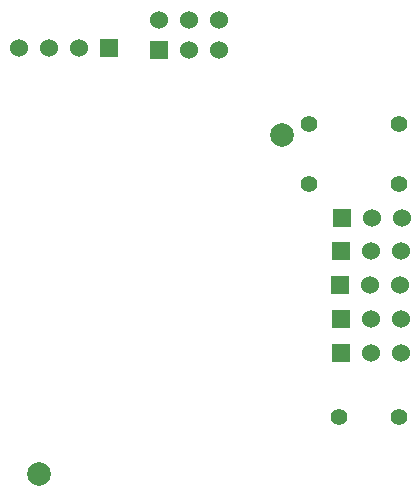
<source format=gbs>
G04 (created by PCBNEW (2013-07-07 BZR 4022)-stable) date 9/14/2015 5:12:49 PM*
%MOIN*%
G04 Gerber Fmt 3.4, Leading zero omitted, Abs format*
%FSLAX34Y34*%
G01*
G70*
G90*
G04 APERTURE LIST*
%ADD10C,0.00590551*%
%ADD11C,0.055*%
%ADD12R,0.06X0.06*%
%ADD13C,0.06*%
%ADD14C,0.056*%
%ADD15C,0.0787*%
G04 APERTURE END LIST*
G54D10*
G54D11*
X40305Y-23443D03*
X40305Y-25443D03*
X37305Y-23443D03*
X37305Y-25443D03*
G54D12*
X30630Y-20916D03*
G54D13*
X29630Y-20916D03*
X28630Y-20916D03*
X27630Y-20916D03*
G54D14*
X40280Y-33217D03*
X38280Y-33217D03*
G54D15*
X36408Y-23818D03*
X28298Y-35113D03*
G54D12*
X32291Y-20980D03*
G54D13*
X32291Y-19980D03*
X33291Y-20980D03*
X33291Y-19980D03*
X34291Y-20980D03*
X34291Y-19980D03*
G54D12*
X38374Y-31066D03*
G54D13*
X39374Y-31066D03*
X40374Y-31066D03*
G54D12*
X38370Y-29929D03*
G54D13*
X39370Y-29929D03*
X40370Y-29929D03*
G54D12*
X38338Y-28811D03*
G54D13*
X39338Y-28811D03*
X40338Y-28811D03*
G54D12*
X38362Y-27677D03*
G54D13*
X39362Y-27677D03*
X40362Y-27677D03*
G54D12*
X38385Y-26578D03*
G54D13*
X39385Y-26578D03*
X40385Y-26578D03*
M02*

</source>
